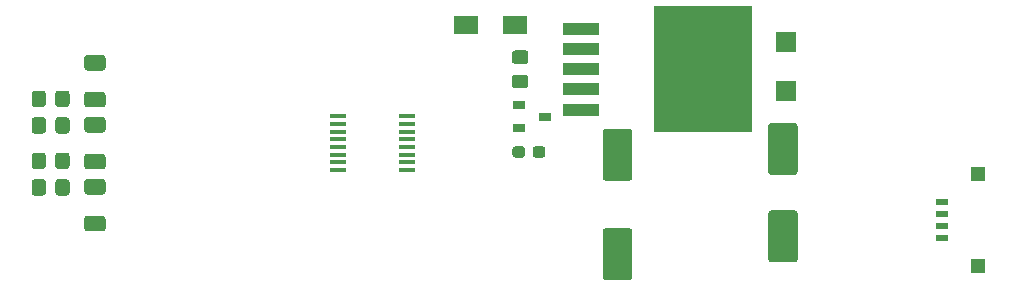
<source format=gbr>
%TF.GenerationSoftware,KiCad,Pcbnew,(5.1.12)-1*%
%TF.CreationDate,2023-03-06T23:23:30+01:00*%
%TF.ProjectId,DualPressure_V2,4475616c-5072-4657-9373-7572655f5632,rev?*%
%TF.SameCoordinates,Original*%
%TF.FileFunction,Paste,Top*%
%TF.FilePolarity,Positive*%
%FSLAX46Y46*%
G04 Gerber Fmt 4.6, Leading zero omitted, Abs format (unit mm)*
G04 Created by KiCad (PCBNEW (5.1.12)-1) date 2023-03-06 23:23:30*
%MOMM*%
%LPD*%
G01*
G04 APERTURE LIST*
%ADD10R,1.670000X1.820000*%
%ADD11R,2.100000X1.500000*%
%ADD12R,1.475000X0.450000*%
%ADD13R,1.000000X0.550000*%
%ADD14R,1.300000X1.260000*%
%ADD15R,3.050000X1.016000*%
%ADD16R,8.380000X10.660000*%
%ADD17R,1.050000X0.650000*%
G04 APERTURE END LIST*
%TO.C,C0*%
G36*
G01*
X252500000Y-97100000D02*
X250500000Y-97100000D01*
G75*
G02*
X250250000Y-96850000I0J250000D01*
G01*
X250250000Y-92950000D01*
G75*
G02*
X250500000Y-92700000I250000J0D01*
G01*
X252500000Y-92700000D01*
G75*
G02*
X252750000Y-92950000I0J-250000D01*
G01*
X252750000Y-96850000D01*
G75*
G02*
X252500000Y-97100000I-250000J0D01*
G01*
G37*
G36*
G01*
X252500000Y-89700000D02*
X250500000Y-89700000D01*
G75*
G02*
X250250000Y-89450000I0J250000D01*
G01*
X250250000Y-85550000D01*
G75*
G02*
X250500000Y-85300000I250000J0D01*
G01*
X252500000Y-85300000D01*
G75*
G02*
X252750000Y-85550000I0J-250000D01*
G01*
X252750000Y-89450000D01*
G75*
G02*
X252500000Y-89700000I-250000J0D01*
G01*
G37*
%TD*%
%TO.C,C1*%
G36*
G01*
X238500000Y-98600000D02*
X236500000Y-98600000D01*
G75*
G02*
X236250000Y-98350000I0J250000D01*
G01*
X236250000Y-94450000D01*
G75*
G02*
X236500000Y-94200000I250000J0D01*
G01*
X238500000Y-94200000D01*
G75*
G02*
X238750000Y-94450000I0J-250000D01*
G01*
X238750000Y-98350000D01*
G75*
G02*
X238500000Y-98600000I-250000J0D01*
G01*
G37*
G36*
G01*
X238500000Y-90200000D02*
X236500000Y-90200000D01*
G75*
G02*
X236250000Y-89950000I0J250000D01*
G01*
X236250000Y-86050000D01*
G75*
G02*
X236500000Y-85800000I250000J0D01*
G01*
X238500000Y-85800000D01*
G75*
G02*
X238750000Y-86050000I0J-250000D01*
G01*
X238750000Y-89950000D01*
G75*
G02*
X238500000Y-90200000I-250000J0D01*
G01*
G37*
%TD*%
%TO.C,C2*%
G36*
G01*
X228600000Y-87987500D02*
X228600000Y-87512500D01*
G75*
G02*
X228837500Y-87275000I237500J0D01*
G01*
X229437500Y-87275000D01*
G75*
G02*
X229675000Y-87512500I0J-237500D01*
G01*
X229675000Y-87987500D01*
G75*
G02*
X229437500Y-88225000I-237500J0D01*
G01*
X228837500Y-88225000D01*
G75*
G02*
X228600000Y-87987500I0J237500D01*
G01*
G37*
G36*
G01*
X230325000Y-87987500D02*
X230325000Y-87512500D01*
G75*
G02*
X230562500Y-87275000I237500J0D01*
G01*
X231162500Y-87275000D01*
G75*
G02*
X231400000Y-87512500I0J-237500D01*
G01*
X231400000Y-87987500D01*
G75*
G02*
X231162500Y-88225000I-237500J0D01*
G01*
X230562500Y-88225000D01*
G75*
G02*
X230325000Y-87987500I0J237500D01*
G01*
G37*
%TD*%
%TO.C,C6*%
G36*
G01*
X193900001Y-91350000D02*
X192599999Y-91350000D01*
G75*
G02*
X192350000Y-91100001I0J249999D01*
G01*
X192350000Y-90274999D01*
G75*
G02*
X192599999Y-90025000I249999J0D01*
G01*
X193900001Y-90025000D01*
G75*
G02*
X194150000Y-90274999I0J-249999D01*
G01*
X194150000Y-91100001D01*
G75*
G02*
X193900001Y-91350000I-249999J0D01*
G01*
G37*
G36*
G01*
X193900001Y-94475000D02*
X192599999Y-94475000D01*
G75*
G02*
X192350000Y-94225001I0J249999D01*
G01*
X192350000Y-93399999D01*
G75*
G02*
X192599999Y-93150000I249999J0D01*
G01*
X193900001Y-93150000D01*
G75*
G02*
X194150000Y-93399999I0J-249999D01*
G01*
X194150000Y-94225001D01*
G75*
G02*
X193900001Y-94475000I-249999J0D01*
G01*
G37*
%TD*%
%TO.C,C7*%
G36*
G01*
X193900001Y-83975000D02*
X192599999Y-83975000D01*
G75*
G02*
X192350000Y-83725001I0J249999D01*
G01*
X192350000Y-82899999D01*
G75*
G02*
X192599999Y-82650000I249999J0D01*
G01*
X193900001Y-82650000D01*
G75*
G02*
X194150000Y-82899999I0J-249999D01*
G01*
X194150000Y-83725001D01*
G75*
G02*
X193900001Y-83975000I-249999J0D01*
G01*
G37*
G36*
G01*
X193900001Y-80850000D02*
X192599999Y-80850000D01*
G75*
G02*
X192350000Y-80600001I0J249999D01*
G01*
X192350000Y-79774999D01*
G75*
G02*
X192599999Y-79525000I249999J0D01*
G01*
X193900001Y-79525000D01*
G75*
G02*
X194150000Y-79774999I0J-249999D01*
G01*
X194150000Y-80600001D01*
G75*
G02*
X193900001Y-80850000I-249999J0D01*
G01*
G37*
%TD*%
%TO.C,C8*%
G36*
G01*
X193900001Y-89225000D02*
X192599999Y-89225000D01*
G75*
G02*
X192350000Y-88975001I0J249999D01*
G01*
X192350000Y-88149999D01*
G75*
G02*
X192599999Y-87900000I249999J0D01*
G01*
X193900001Y-87900000D01*
G75*
G02*
X194150000Y-88149999I0J-249999D01*
G01*
X194150000Y-88975001D01*
G75*
G02*
X193900001Y-89225000I-249999J0D01*
G01*
G37*
G36*
G01*
X193900001Y-86100000D02*
X192599999Y-86100000D01*
G75*
G02*
X192350000Y-85850001I0J249999D01*
G01*
X192350000Y-85024999D01*
G75*
G02*
X192599999Y-84775000I249999J0D01*
G01*
X193900001Y-84775000D01*
G75*
G02*
X194150000Y-85024999I0J-249999D01*
G01*
X194150000Y-85850001D01*
G75*
G02*
X193900001Y-86100000I-249999J0D01*
G01*
G37*
%TD*%
D10*
%TO.C,D0*%
X251750000Y-82600000D03*
X251750000Y-78400000D03*
%TD*%
D11*
%TO.C,D1*%
X228850000Y-77000000D03*
X224650000Y-77000000D03*
%TD*%
D12*
%TO.C,IC1*%
X213812000Y-84725000D03*
X213812000Y-85375000D03*
X213812000Y-86025000D03*
X213812000Y-86675000D03*
X213812000Y-87325000D03*
X213812000Y-87975000D03*
X213812000Y-88625000D03*
X213812000Y-89275000D03*
X219688000Y-89275000D03*
X219688000Y-88625000D03*
X219688000Y-87975000D03*
X219688000Y-87325000D03*
X219688000Y-86675000D03*
X219688000Y-86025000D03*
X219688000Y-85375000D03*
X219688000Y-84725000D03*
%TD*%
D13*
%TO.C,J1*%
X265000000Y-95000000D03*
X265000000Y-94000000D03*
X265000000Y-93000000D03*
X265000000Y-92000000D03*
D14*
X267990000Y-97375000D03*
X267990000Y-89625000D03*
%TD*%
%TO.C,L0*%
G36*
G01*
X229700001Y-82350000D02*
X228799999Y-82350000D01*
G75*
G02*
X228550000Y-82100001I0J249999D01*
G01*
X228550000Y-81449999D01*
G75*
G02*
X228799999Y-81200000I249999J0D01*
G01*
X229700001Y-81200000D01*
G75*
G02*
X229950000Y-81449999I0J-249999D01*
G01*
X229950000Y-82100001D01*
G75*
G02*
X229700001Y-82350000I-249999J0D01*
G01*
G37*
G36*
G01*
X229700001Y-80300000D02*
X228799999Y-80300000D01*
G75*
G02*
X228550000Y-80050001I0J249999D01*
G01*
X228550000Y-79399999D01*
G75*
G02*
X228799999Y-79150000I249999J0D01*
G01*
X229700001Y-79150000D01*
G75*
G02*
X229950000Y-79399999I0J-249999D01*
G01*
X229950000Y-80050001D01*
G75*
G02*
X229700001Y-80300000I-249999J0D01*
G01*
G37*
%TD*%
%TO.C,R6*%
G36*
G01*
X189100000Y-90299999D02*
X189100000Y-91200001D01*
G75*
G02*
X188850001Y-91450000I-249999J0D01*
G01*
X188149999Y-91450000D01*
G75*
G02*
X187900000Y-91200001I0J249999D01*
G01*
X187900000Y-90299999D01*
G75*
G02*
X188149999Y-90050000I249999J0D01*
G01*
X188850001Y-90050000D01*
G75*
G02*
X189100000Y-90299999I0J-249999D01*
G01*
G37*
G36*
G01*
X191100000Y-90299999D02*
X191100000Y-91200001D01*
G75*
G02*
X190850001Y-91450000I-249999J0D01*
G01*
X190149999Y-91450000D01*
G75*
G02*
X189900000Y-91200001I0J249999D01*
G01*
X189900000Y-90299999D01*
G75*
G02*
X190149999Y-90050000I249999J0D01*
G01*
X190850001Y-90050000D01*
G75*
G02*
X191100000Y-90299999I0J-249999D01*
G01*
G37*
%TD*%
%TO.C,R7*%
G36*
G01*
X187900000Y-83700001D02*
X187900000Y-82799999D01*
G75*
G02*
X188149999Y-82550000I249999J0D01*
G01*
X188850001Y-82550000D01*
G75*
G02*
X189100000Y-82799999I0J-249999D01*
G01*
X189100000Y-83700001D01*
G75*
G02*
X188850001Y-83950000I-249999J0D01*
G01*
X188149999Y-83950000D01*
G75*
G02*
X187900000Y-83700001I0J249999D01*
G01*
G37*
G36*
G01*
X189900000Y-83700001D02*
X189900000Y-82799999D01*
G75*
G02*
X190149999Y-82550000I249999J0D01*
G01*
X190850001Y-82550000D01*
G75*
G02*
X191100000Y-82799999I0J-249999D01*
G01*
X191100000Y-83700001D01*
G75*
G02*
X190850001Y-83950000I-249999J0D01*
G01*
X190149999Y-83950000D01*
G75*
G02*
X189900000Y-83700001I0J249999D01*
G01*
G37*
%TD*%
%TO.C,R8*%
G36*
G01*
X191100000Y-88049999D02*
X191100000Y-88950001D01*
G75*
G02*
X190850001Y-89200000I-249999J0D01*
G01*
X190149999Y-89200000D01*
G75*
G02*
X189900000Y-88950001I0J249999D01*
G01*
X189900000Y-88049999D01*
G75*
G02*
X190149999Y-87800000I249999J0D01*
G01*
X190850001Y-87800000D01*
G75*
G02*
X191100000Y-88049999I0J-249999D01*
G01*
G37*
G36*
G01*
X189100000Y-88049999D02*
X189100000Y-88950001D01*
G75*
G02*
X188850001Y-89200000I-249999J0D01*
G01*
X188149999Y-89200000D01*
G75*
G02*
X187900000Y-88950001I0J249999D01*
G01*
X187900000Y-88049999D01*
G75*
G02*
X188149999Y-87800000I249999J0D01*
G01*
X188850001Y-87800000D01*
G75*
G02*
X189100000Y-88049999I0J-249999D01*
G01*
G37*
%TD*%
%TO.C,R9*%
G36*
G01*
X189100000Y-85049999D02*
X189100000Y-85950001D01*
G75*
G02*
X188850001Y-86200000I-249999J0D01*
G01*
X188149999Y-86200000D01*
G75*
G02*
X187900000Y-85950001I0J249999D01*
G01*
X187900000Y-85049999D01*
G75*
G02*
X188149999Y-84800000I249999J0D01*
G01*
X188850001Y-84800000D01*
G75*
G02*
X189100000Y-85049999I0J-249999D01*
G01*
G37*
G36*
G01*
X191100000Y-85049999D02*
X191100000Y-85950001D01*
G75*
G02*
X190850001Y-86200000I-249999J0D01*
G01*
X190149999Y-86200000D01*
G75*
G02*
X189900000Y-85950001I0J249999D01*
G01*
X189900000Y-85049999D01*
G75*
G02*
X190149999Y-84800000I249999J0D01*
G01*
X190850001Y-84800000D01*
G75*
G02*
X191100000Y-85049999I0J-249999D01*
G01*
G37*
%TD*%
D15*
%TO.C,REG0*%
X234445000Y-77346000D03*
X234445000Y-79048000D03*
X234445000Y-80750000D03*
X234445000Y-82452000D03*
X234445000Y-84154000D03*
D16*
X244750000Y-80750000D03*
%TD*%
D17*
%TO.C,REG1*%
X229150000Y-83790000D03*
X229150000Y-85710000D03*
X231350000Y-84750000D03*
%TD*%
M02*

</source>
